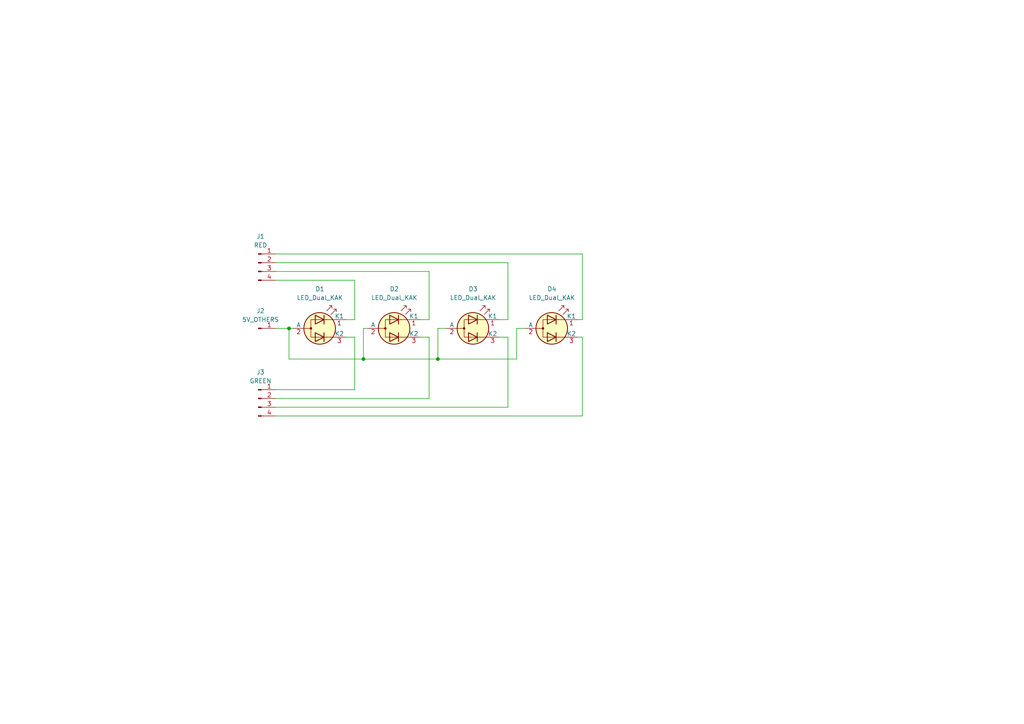
<source format=kicad_sch>
(kicad_sch (version 20250114) (generator "eeschema") (generator_version "9.0")
  (paper "A4")
  (lib_symbols
    (symbol "Connector:Conn_01x01_Pin" (pin_names (offset 1.016) (hide yes))
      (property "Reference" "J" (at 0 2.54 0))
      (property "Value" "Conn_01x01_Pin" (at 0 -2.54 0))
      (symbol "Conn_01x01_Pin_1_1"
        (rectangle (start 0.8636 0.127) (end 0 -0.127) (stroke (width 0.1524)) (fill (type outline)))
        (polyline (pts (xy 1.27 0) (xy 0.8636 0)) (stroke (width 0.1524)))
        (pin passive line (at 5.08 0 180) (length 3.81) (name "Pin_1") (number "1"))
      )
    )
    (symbol "Connector:Conn_01x04_Pin" (pin_names (offset 1.016) (hide yes))
      (property "Reference" "J" (at 0 5.08 0))
      (property "Value" "Conn_01x04_Pin" (at 0 -7.62 0))
      (symbol "Conn_01x04_Pin_1_1"
        (rectangle (start 0.8636 2.667) (end 0 2.413) (stroke (width 0.1524)) (fill (type outline)))
        (rectangle (start 0.8636 0.127) (end 0 -0.127) (stroke (width 0.1524)) (fill (type outline)))
        (rectangle (start 0.8636 -2.413) (end 0 -2.667) (stroke (width 0.1524)) (fill (type outline)))
        (rectangle (start 0.8636 -4.953) (end 0 -5.207) (stroke (width 0.1524)) (fill (type outline)))
        (polyline (pts (xy 1.27 2.54) (xy 0.8636 2.54)) (stroke (width 0.1524)))
        (polyline (pts (xy 1.27 0) (xy 0.8636 0)) (stroke (width 0.1524)))
        (polyline (pts (xy 1.27 -2.54) (xy 0.8636 -2.54)) (stroke (width 0.1524)))
        (polyline (pts (xy 1.27 -5.08) (xy 0.8636 -5.08)) (stroke (width 0.1524)))
        (pin passive line (at 5.08 2.54 180) (length 3.81) (name "Pin_1") (number "1"))
        (pin passive line (at 5.08 0 180) (length 3.81) (name "Pin_2") (number "2"))
        (pin passive line (at 5.08 -2.54 180) (length 3.81) (name "Pin_3") (number "3"))
        (pin passive line (at 5.08 -5.08 180) (length 3.81) (name "Pin_4") (number "4"))
      )
    )
    (symbol "Device:LED_Dual_KAK" (pin_names (offset 0))
      (property "Reference" "D" (at 0 5.715 0))
      (property "Value" "LED_Dual_KAK" (at 0 -6.35 0))
      (symbol "LED_Dual_KAK_0_1"
        (polyline (pts (xy -4.572 0) (xy -2.54 0)))
        (circle (center -2.54 0) (radius 0.2794) (fill (type outline)))
        (polyline (pts (xy -1.27 3.81) (xy -1.27 1.27) (xy 1.27 2.54) (xy -1.27 3.81)) (stroke (width 0.254)))
        (polyline (pts (xy -1.27 -1.27) (xy -1.27 -3.81) (xy 1.27 -2.54) (xy -1.27 -1.27)) (stroke (width 0.254)))
        (circle (center 0 0) (radius 4.572) (stroke (width 0.254)) (fill (type background)))
        (polyline (pts (xy 1.27 3.81) (xy 1.27 1.27)) (stroke (width 0.254)))
        (polyline (pts (xy 1.27 -1.27) (xy 1.27 -3.81)) (stroke (width 0.254)))
        (polyline (pts (xy 2.032 5.08) (xy 3.556 6.604) (xy 2.794 6.604) (xy 3.556 6.604) (xy 3.556 5.842)))
        (polyline (pts (xy 2.032 2.54) (xy -2.54 2.54) (xy -2.54 -2.54) (xy 2.032 -2.54)))
        (polyline (pts (xy 3.302 4.064) (xy 4.826 5.588) (xy 4.064 5.588) (xy 4.826 5.588) (xy 4.826 4.826)))
        (polyline (pts (xy 3.81 2.54) (xy 1.905 2.54)))
        (polyline (pts (xy 3.81 -2.54) (xy 1.905 -2.54)))
      )
      (symbol "LED_Dual_KAK_1_1"
        (pin input line (at -7.62 0 0) (length 3.048) (name "A") (number "2"))
        (pin input line (at 7.62 2.54 180) (length 3.81) (name "K1") (number "1"))
        (pin input line (at 7.62 -2.54 180) (length 3.81) (name "K2") (number "3"))
      )
    )
  )
  (junction (at 83.82 95.25))
  (junction (at 127 104.14))
  (junction (at 105.41 104.14))
  (wire (pts (xy 80.01 95.25) (xy 83.82 95.25)))
  (wire (pts (xy 121.92 92.71) (xy 124.46 92.71)))
  (wire (pts (xy 127 95.25) (xy 127 104.14)))
  (wire (pts (xy 80.01 76.2) (xy 147.32 76.2)))
  (wire (pts (xy 168.91 120.65) (xy 168.91 97.79)))
  (wire (pts (xy 168.91 92.71) (xy 168.91 73.66)))
  (wire (pts (xy 83.82 104.14) (xy 105.41 104.14)))
  (wire (pts (xy 80.01 113.03) (xy 102.87 113.03)))
  (wire (pts (xy 168.91 73.66) (xy 80.01 73.66)))
  (wire (pts (xy 127 104.14) (xy 149.86 104.14)))
  (wire (pts (xy 105.41 95.25) (xy 105.41 104.14)))
  (wire (pts (xy 106.68 95.25) (xy 105.41 95.25)))
  (wire (pts (xy 149.86 95.25) (xy 152.4 95.25)))
  (wire (pts (xy 102.87 92.71) (xy 100.33 92.71)))
  (wire (pts (xy 105.41 104.14) (xy 127 104.14)))
  (wire (pts (xy 124.46 97.79) (xy 121.92 97.79)))
  (wire (pts (xy 147.32 97.79) (xy 144.78 97.79)))
  (wire (pts (xy 102.87 97.79) (xy 100.33 97.79)))
  (wire (pts (xy 124.46 115.57) (xy 124.46 97.79)))
  (wire (pts (xy 80.01 81.28) (xy 102.87 81.28)))
  (wire (pts (xy 80.01 120.65) (xy 168.91 120.65)))
  (wire (pts (xy 80.01 115.57) (xy 124.46 115.57)))
  (wire (pts (xy 168.91 97.79) (xy 167.64 97.79)))
  (wire (pts (xy 147.32 118.11) (xy 147.32 97.79)))
  (wire (pts (xy 102.87 81.28) (xy 102.87 92.71)))
  (wire (pts (xy 147.32 76.2) (xy 147.32 92.71)))
  (wire (pts (xy 85.09 95.25) (xy 83.82 95.25)))
  (wire (pts (xy 80.01 118.11) (xy 147.32 118.11)))
  (wire (pts (xy 83.82 95.25) (xy 83.82 104.14)))
  (wire (pts (xy 102.87 113.03) (xy 102.87 97.79)))
  (wire (pts (xy 124.46 92.71) (xy 124.46 78.74)))
  (wire (pts (xy 149.86 104.14) (xy 149.86 95.25)))
  (wire (pts (xy 124.46 78.74) (xy 80.01 78.74)))
  (wire (pts (xy 129.54 95.25) (xy 127 95.25)))
  (wire (pts (xy 167.64 92.71) (xy 168.91 92.71)))
  (wire (pts (xy 147.32 92.71) (xy 144.78 92.71)))
  (symbol (lib_id "Device:LED_Dual_KAK") (at 114.3 95.25 0) (unit 1)
    (property "Reference" "D2" (at 114.3635 83.82 0))
    (property "Value" "LED_Dual_KAK" (at 114.3635 86.36 0))
    (property "Description" "Dual LED, common anode on pin 2" (effects (hide yes)))
  )
  (symbol (lib_id "Device:LED_Dual_KAK") (at 137.16 95.25 0) (unit 1)
    (property "Reference" "D3" (at 137.2235 83.82 0))
    (property "Value" "LED_Dual_KAK" (at 137.2235 86.36 0))
    (property "Description" "Dual LED, common anode on pin 2" (effects (hide yes)))
  )
  (symbol (lib_id "Connector:Conn_01x04_Pin") (at 74.93 76.2 0) (unit 1)
    (property "Reference" "J1" (at 75.565 68.58 0))
    (property "Value" "RED" (at 75.565 71.12 0))
    (property "Description" "Generic connector, single row, 01x04, script generated" (effects (hide yes)))
  )
  (symbol (lib_id "Device:LED_Dual_KAK") (at 160.02 95.25 0) (unit 1)
    (property "Reference" "D4" (at 160.0835 83.82 0))
    (property "Value" "LED_Dual_KAK" (at 160.0835 86.36 0))
    (property "Description" "Dual LED, common anode on pin 2" (effects (hide yes)))
  )
  (symbol (lib_id "Connector:Conn_01x01_Pin") (at 74.93 95.25 0) (unit 1)
    (property "Reference" "J2" (at 75.565 90.17 0))
    (property "Value" "5V_OTHERS" (at 75.565 92.71 0))
    (property "Description" "Generic connector, single row, 01x01, script generated" (effects (hide yes)))
  )
  (symbol (lib_id "Connector:Conn_01x04_Pin") (at 74.93 115.57 0) (unit 1)
    (property "Reference" "J3" (at 75.565 107.95 0))
    (property "Value" "GREEN" (at 75.565 110.49 0))
    (property "Description" "Generic connector, single row, 01x04, script generated" (effects (hide yes)))
  )
  (symbol (lib_id "Device:LED_Dual_KAK") (at 92.71 95.25 0) (unit 1)
    (property "Reference" "D1" (at 92.7735 83.82 0))
    (property "Value" "LED_Dual_KAK" (at 92.7735 86.36 0))
    (property "Description" "Dual LED, common anode on pin 2" (effects (hide yes)))
  )
)
</source>
